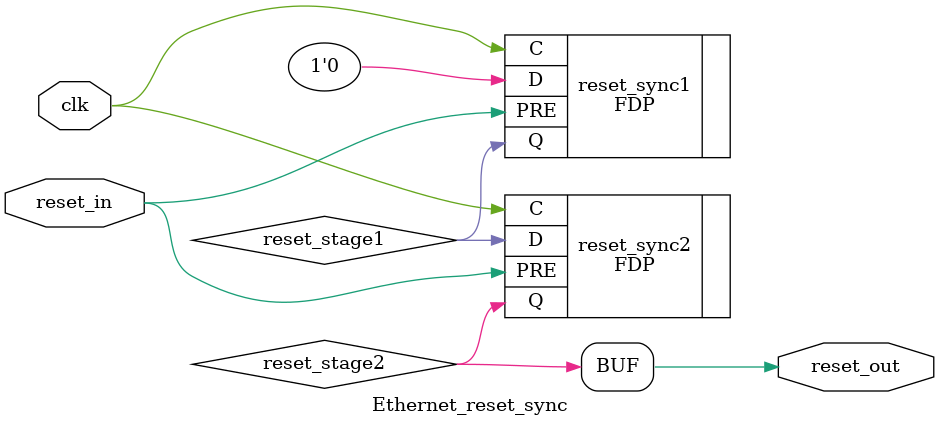
<source format=v>

`timescale 1ps/1ps

module Ethernet_reset_sync #(
  parameter INITIALISE = 2'b11
)
(
   input       reset_in,
   input       clk,
   output      reset_out
);


  (* shreg_extract = "no", ASYNC_REG = "TRUE" *)
  wire  reset_stage1;

  (* shreg_extract = "no", ASYNC_REG = "TRUE" *)
  wire  reset_stage2;

  FDP #(
   .INIT (INITIALISE[0])
  ) reset_sync1 (
  .C  (clk), 
  .PRE(reset_in),
  .D  (1'b0),
  .Q  (reset_stage1) 
  );
  
  FDP #(
   .INIT (INITIALISE[1])
  ) reset_sync2 (
  .C  (clk), 
  .PRE(reset_in),
  .D  (reset_stage1),
  .Q  (reset_stage2) 
  );


assign reset_out = reset_stage2;



endmodule

</source>
